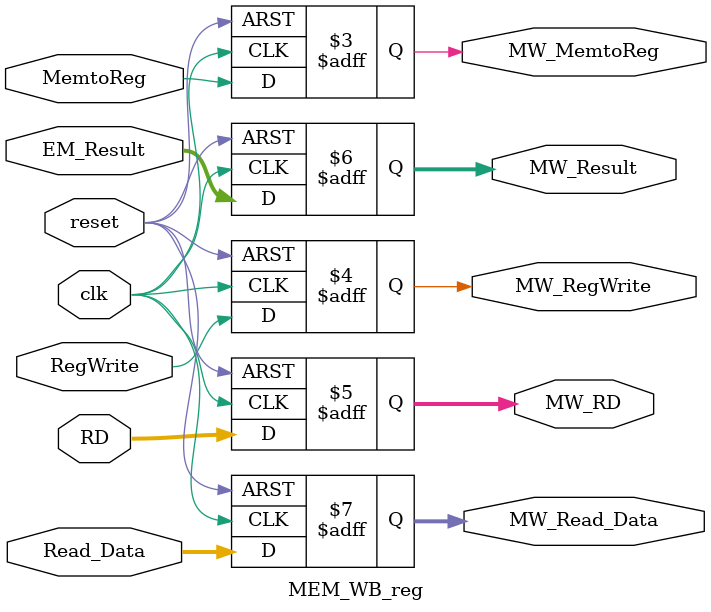
<source format=v>
`timescale 1ns / 1ps


module MEM_WB_reg(
    input clk, reset,
    input MemtoReg, RegWrite,
    input [4:0] RD,
    input [63:0] EM_Result, Read_Data,
    output reg MW_MemtoReg, MW_RegWrite,
    output reg [4:0] MW_RD, 
    output reg [63:0] MW_Result, MW_Read_Data
);
    always @(posedge clk or posedge reset) begin
        if (reset == 1'b1) begin
            MW_MemtoReg = 0; MW_RegWrite = 0; MW_RD = 0;
            MW_Result = 0; MW_Read_Data = 0;
        end
        else begin
            MW_MemtoReg = MemtoReg; MW_RegWrite = RegWrite; MW_RD = RD;
            MW_Result = EM_Result; MW_Read_Data = Read_Data;
        end 
    end
endmodule

</source>
